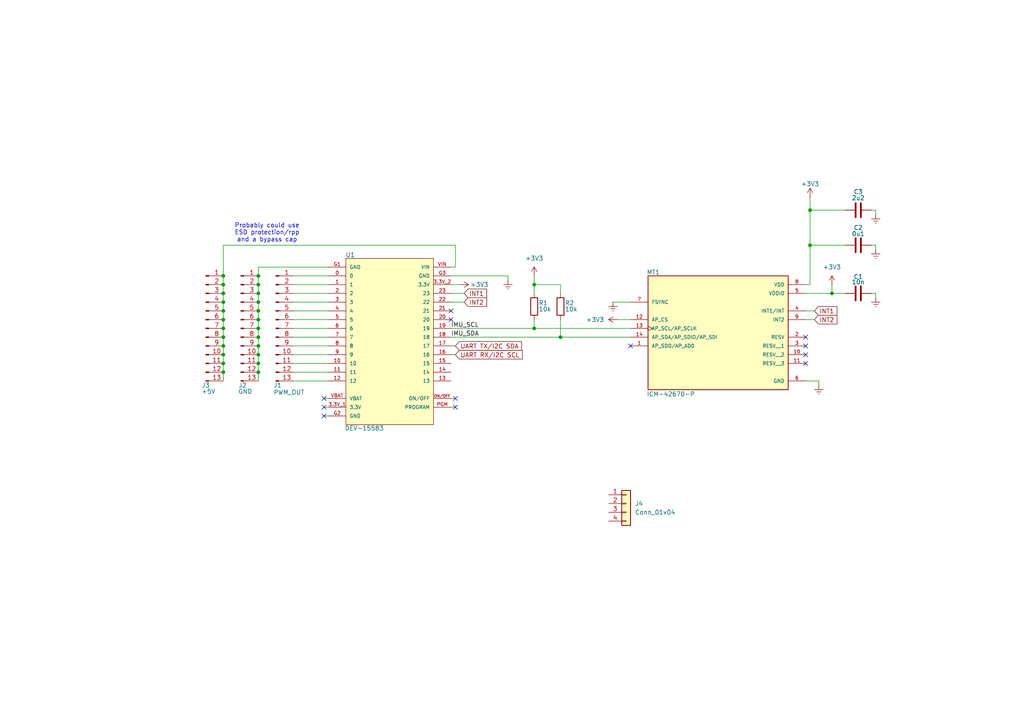
<source format=kicad_sch>
(kicad_sch (version 20231120) (generator "eeschema") (generator_version "8.0")
  (paper "A4")
  (lib_symbols
    (symbol "Connector:Conn_01x13_Pin" (pin_names (offset 1.016) hide)
      (property "Reference" "J" (at 0 17.78 0))
      (property "Value" "Conn_01x13_Pin" (at 0 -17.78 0))
      (symbol "Conn_01x13_Pin_1_1"
        (polyline (pts (xy 1.27 -15.24) (xy 0.8636 -15.24)) (stroke (width 0.1524)))
        (polyline (pts (xy 1.27 -12.7) (xy 0.8636 -12.7)) (stroke (width 0.1524)))
        (polyline (pts (xy 1.27 -10.16) (xy 0.8636 -10.16)) (stroke (width 0.1524)))
        (polyline (pts (xy 1.27 -7.62) (xy 0.8636 -7.62)) (stroke (width 0.1524)))
        (polyline (pts (xy 1.27 -5.08) (xy 0.8636 -5.08)) (stroke (width 0.1524)))
        (polyline (pts (xy 1.27 -2.54) (xy 0.8636 -2.54)) (stroke (width 0.1524)))
        (polyline (pts (xy 1.27 0) (xy 0.8636 0)) (stroke (width 0.1524)))
        (polyline (pts (xy 1.27 2.54) (xy 0.8636 2.54)) (stroke (width 0.1524)))
        (polyline (pts (xy 1.27 5.08) (xy 0.8636 5.08)) (stroke (width 0.1524)))
        (polyline (pts (xy 1.27 7.62) (xy 0.8636 7.62)) (stroke (width 0.1524)))
        (polyline (pts (xy 1.27 10.16) (xy 0.8636 10.16)) (stroke (width 0.1524)))
        (polyline (pts (xy 1.27 12.7) (xy 0.8636 12.7)) (stroke (width 0.1524)))
        (polyline (pts (xy 1.27 15.24) (xy 0.8636 15.24)) (stroke (width 0.1524)))
        (rectangle (start 0.8636 -15.113) (end 0 -15.367) (stroke (width 0.1524)) (fill (type outline)))
        (rectangle (start 0.8636 -12.573) (end 0 -12.827) (stroke (width 0.1524)) (fill (type outline)))
        (rectangle (start 0.8636 -10.033) (end 0 -10.287) (stroke (width 0.1524)) (fill (type outline)))
        (rectangle (start 0.8636 -7.493) (end 0 -7.747) (stroke (width 0.1524)) (fill (type outline)))
        (rectangle (start 0.8636 -4.953) (end 0 -5.207) (stroke (width 0.1524)) (fill (type outline)))
        (rectangle (start 0.8636 -2.413) (end 0 -2.667) (stroke (width 0.1524)) (fill (type outline)))
        (rectangle (start 0.8636 0.127) (end 0 -0.127) (stroke (width 0.1524)) (fill (type outline)))
        (rectangle (start 0.8636 2.667) (end 0 2.413) (stroke (width 0.1524)) (fill (type outline)))
        (rectangle (start 0.8636 5.207) (end 0 4.953) (stroke (width 0.1524)) (fill (type outline)))
        (rectangle (start 0.8636 7.747) (end 0 7.493) (stroke (width 0.1524)) (fill (type outline)))
        (rectangle (start 0.8636 10.287) (end 0 10.033) (stroke (width 0.1524)) (fill (type outline)))
        (rectangle (start 0.8636 12.827) (end 0 12.573) (stroke (width 0.1524)) (fill (type outline)))
        (rectangle (start 0.8636 15.367) (end 0 15.113) (stroke (width 0.1524)) (fill (type outline)))
        (pin passive line (at 5.08 15.24 180) (length 3.81) (name "Pin_1") (number "1"))
        (pin passive line (at 5.08 -7.62 180) (length 3.81) (name "Pin_10") (number "10"))
        (pin passive line (at 5.08 -10.16 180) (length 3.81) (name "Pin_11") (number "11"))
        (pin passive line (at 5.08 -12.7 180) (length 3.81) (name "Pin_12") (number "12"))
        (pin passive line (at 5.08 -15.24 180) (length 3.81) (name "Pin_13") (number "13"))
        (pin passive line (at 5.08 12.7 180) (length 3.81) (name "Pin_2") (number "2"))
        (pin passive line (at 5.08 10.16 180) (length 3.81) (name "Pin_3") (number "3"))
        (pin passive line (at 5.08 7.62 180) (length 3.81) (name "Pin_4") (number "4"))
        (pin passive line (at 5.08 5.08 180) (length 3.81) (name "Pin_5") (number "5"))
        (pin passive line (at 5.08 2.54 180) (length 3.81) (name "Pin_6") (number "6"))
        (pin passive line (at 5.08 0 180) (length 3.81) (name "Pin_7") (number "7"))
        (pin passive line (at 5.08 -2.54 180) (length 3.81) (name "Pin_8") (number "8"))
        (pin passive line (at 5.08 -5.08 180) (length 3.81) (name "Pin_9") (number "9"))
      )
    )
    (symbol "Connector_Generic:Conn_01x04" (pin_names (offset 1.016) hide)
      (property "Reference" "J" (at 0 5.08 0))
      (property "Value" "Conn_01x04" (at 0 -7.62 0))
      (symbol "Conn_01x04_1_1"
        (rectangle (start -1.27 -4.953) (end 0 -5.207) (stroke (width 0.1524)))
        (rectangle (start -1.27 -2.413) (end 0 -2.667) (stroke (width 0.1524)))
        (rectangle (start -1.27 0.127) (end 0 -0.127) (stroke (width 0.1524)))
        (rectangle (start -1.27 2.667) (end 0 2.413) (stroke (width 0.1524)))
        (rectangle (start -1.27 3.81) (end 1.27 -6.35) (stroke (width 0.254)) (fill (type background)))
        (pin passive line (at -5.08 2.54 0) (length 3.81) (name "Pin_1") (number "1"))
        (pin passive line (at -5.08 0 0) (length 3.81) (name "Pin_2") (number "2"))
        (pin passive line (at -5.08 -2.54 0) (length 3.81) (name "Pin_3") (number "3"))
        (pin passive line (at -5.08 -5.08 0) (length 3.81) (name "Pin_4") (number "4"))
      )
    )
    (symbol "Device:C" (pin_numbers hide) (pin_names (offset 0.254))
      (property "Reference" "C" (at 0.635 2.54 0))
      (property "Value" "C" (at 0.635 -2.54 0))
      (symbol "C_0_1"
        (polyline (pts (xy -2.032 -0.762) (xy 2.032 -0.762)) (stroke (width 0.508)))
        (polyline (pts (xy -2.032 0.762) (xy 2.032 0.762)) (stroke (width 0.508)))
      )
      (symbol "C_1_1"
        (pin passive line (at 0 3.81 270) (length 2.794) (name "~") (number "1"))
        (pin passive line (at 0 -3.81 90) (length 2.794) (name "~") (number "2"))
      )
    )
    (symbol "Device:R" (pin_numbers hide) (pin_names (offset 0))
      (property "Reference" "R" (at 2.032 0 90))
      (property "Value" "R" (at 0 0 90))
      (symbol "R_0_1"
        (rectangle (start -1.016 -2.54) (end 1.016 2.54) (stroke (width 0.254)))
      )
      (symbol "R_1_1"
        (pin passive line (at 0 3.81 270) (length 1.27) (name "~") (number "1"))
        (pin passive line (at 0 -3.81 90) (length 1.27) (name "~") (number "2"))
      )
    )
    (symbol "ICM-42670-P:ICM-42670-P" (pin_names (offset 1.016))
      (property "Reference" "MT" (at -20.32 13.97 0))
      (property "Value" "ICM-42670-P" (at -20.32 -22.86 0))
      (symbol "ICM-42670-P_0_0"
        (rectangle (start -20.32 -20.32) (end 20.32 12.7) (stroke (width 0.254)) (fill (type background)))
        (pin bidirectional line (at -25.4 -7.62 0) (length 5.08) (name "AP_SDO/AP_AD0") (number "1"))
        (pin passive line (at 25.4 -10.16 180) (length 5.08) (name "RESV__2") (number "10"))
        (pin passive line (at 25.4 -12.7 180) (length 5.08) (name "RESV__3") (number "11"))
        (pin input line (at -25.4 0 0) (length 5.08) (name "AP_CS") (number "12"))
        (pin input clock (at -25.4 -2.54 0) (length 5.08) (name "AP_SCL/AP_SCLK") (number "13"))
        (pin bidirectional line (at -25.4 -5.08 0) (length 5.08) (name "AP_SDA/AP_SDIO/AP_SDI") (number "14"))
        (pin passive line (at 25.4 -5.08 180) (length 5.08) (name "RESV") (number "2"))
        (pin passive line (at 25.4 -7.62 180) (length 5.08) (name "RESV__1") (number "3"))
        (pin output line (at 25.4 2.54 180) (length 5.08) (name "INT1/INT") (number "4"))
        (pin power_in line (at 25.4 7.62 180) (length 5.08) (name "VDDIO") (number "5"))
        (pin power_in line (at 25.4 -17.78 180) (length 5.08) (name "GND") (number "6"))
        (pin input line (at -25.4 5.08 0) (length 5.08) (name "FSYNC") (number "7"))
        (pin power_in line (at 25.4 10.16 180) (length 5.08) (name "VDD") (number "8"))
        (pin output line (at 25.4 0 180) (length 5.08) (name "INT2") (number "9"))
      )
    )
    (symbol "Teensy 4.0:DEV-15583" (pin_names (offset 1.016))
      (property "Reference" "U" (at -12.7 23.622 0))
      (property "Value" "DEV-15583" (at -12.7 -27.94 0))
      (symbol "DEV-15583_0_0"
        (rectangle (start -12.7 -25.4) (end 12.7 22.86) (stroke (width 0.1524)) (fill (type background)))
        (pin bidirectional line (at -17.78 17.78 0) (length 5.08) (name "0") (number "0"))
        (pin bidirectional line (at -17.78 15.24 0) (length 5.08) (name "1") (number "1"))
        (pin bidirectional line (at -17.78 -7.62 0) (length 5.08) (name "10") (number "10"))
        (pin bidirectional line (at -17.78 -10.16 0) (length 5.08) (name "11") (number "11"))
        (pin bidirectional line (at -17.78 -12.7 0) (length 5.08) (name "12") (number "12"))
        (pin bidirectional line (at 17.78 -12.7 180) (length 5.08) (name "13") (number "13"))
        (pin bidirectional line (at 17.78 -10.16 180) (length 5.08) (name "14") (number "14"))
        (pin bidirectional line (at 17.78 -7.62 180) (length 5.08) (name "15") (number "15"))
        (pin bidirectional line (at 17.78 -5.08 180) (length 5.08) (name "16") (number "16"))
        (pin bidirectional line (at 17.78 -2.54 180) (length 5.08) (name "17") (number "17"))
        (pin bidirectional line (at 17.78 0 180) (length 5.08) (name "18") (number "18"))
        (pin bidirectional line (at 17.78 2.54 180) (length 5.08) (name "19") (number "19"))
        (pin bidirectional line (at -17.78 12.7 0) (length 5.08) (name "2") (number "2"))
        (pin bidirectional line (at 17.78 5.08 180) (length 5.08) (name "20") (number "20"))
        (pin bidirectional line (at 17.78 7.62 180) (length 5.08) (name "21") (number "21"))
        (pin bidirectional line (at 17.78 10.16 180) (length 5.08) (name "22") (number "22"))
        (pin bidirectional line (at 17.78 12.7 180) (length 5.08) (name "23") (number "23"))
        (pin bidirectional line (at -17.78 10.16 0) (length 5.08) (name "3") (number "3"))
        (pin bidirectional line (at -17.78 7.62 0) (length 5.08) (name "4") (number "4"))
        (pin bidirectional line (at -17.78 5.08 0) (length 5.08) (name "5") (number "5"))
        (pin bidirectional line (at -17.78 2.54 0) (length 5.08) (name "6") (number "6"))
        (pin bidirectional line (at -17.78 0 0) (length 5.08) (name "7") (number "7"))
        (pin bidirectional line (at -17.78 -2.54 0) (length 5.08) (name "8") (number "8"))
        (pin bidirectional line (at -17.78 -5.08 0) (length 5.08) (name "9") (number "9"))
        (pin bidirectional line (at 17.78 -20.32 180) (length 5.08) (name "PROGRAM") (number "PGM"))
        (pin power_in line (at -17.78 -17.78 0) (length 5.08) (name "VBAT") (number "VBAT"))
        (pin power_in line (at 17.78 20.32 180) (length 5.08) (name "VIN") (number "VIN"))
      )
      (symbol "DEV-15583_1_0"
        (pin power_in line (at -17.78 -20.32 0) (length 5.08) (name "3.3V") (number "3.3V_1"))
        (pin power_in line (at 17.78 15.24 180) (length 5.08) (name "3.3V") (number "3.3V_2"))
        (pin power_in line (at -17.78 20.32 0) (length 5.08) (name "GND") (number "G1"))
        (pin power_in line (at -17.78 -22.86 0) (length 5.08) (name "GND") (number "G2"))
        (pin power_in line (at 17.78 17.78 180) (length 5.08) (name "GND") (number "G3"))
        (pin bidirectional line (at 17.78 -17.78 180) (length 5.08) (name "ON/OFF") (number "ON/OFF"))
      )
    )
    (symbol "power:+3V3" (power) (pin_numbers hide) (pin_names (offset 0) hide)
      (property "Value" "+3V3" (at 0 3.556 0))
      (symbol "+3V3_0_1"
        (polyline (pts (xy -0.762 1.27) (xy 0 2.54)))
        (polyline (pts (xy 0 0) (xy 0 2.54)))
        (polyline (pts (xy 0 2.54) (xy 0.762 1.27)))
      )
      (symbol "+3V3_1_1"
        (pin power_in line (at 0 0 90) (length 0) (name "~") (number "1"))
      )
    )
    (symbol "power:Earth" (power) (pin_numbers hide) (pin_names (offset 0) hide)
      (property "Value" "Earth" (at 0 -3.81 0))
      (symbol "Earth_0_1"
        (polyline (pts (xy -0.635 -1.905) (xy 0.635 -1.905)))
        (polyline (pts (xy -0.127 -2.54) (xy 0.127 -2.54)))
        (polyline (pts (xy 0 -1.27) (xy 0 0)))
        (polyline (pts (xy 1.27 -1.27) (xy -1.27 -1.27)))
      )
      (symbol "Earth_1_1"
        (pin power_in line (at 0 0 270) (length 0) (name "~") (number "1"))
      )
    )
  )
  (junction (at 74.93 107.95))
  (junction (at 241.3 85.09))
  (junction (at 64.77 92.71))
  (junction (at 234.95 71.12))
  (junction (at 154.94 95.25))
  (junction (at 74.93 97.79))
  (junction (at 64.77 90.17))
  (junction (at 64.77 97.79))
  (junction (at 74.93 85.09))
  (junction (at 64.77 105.41))
  (junction (at 64.77 80.01))
  (junction (at 234.95 60.96))
  (junction (at 74.93 95.25))
  (junction (at 74.93 92.71))
  (junction (at 64.77 107.95))
  (junction (at 64.77 85.09))
  (junction (at 74.93 80.01))
  (junction (at 74.93 105.41))
  (junction (at 64.77 102.87))
  (junction (at 74.93 102.87))
  (junction (at 74.93 90.17))
  (junction (at 64.77 82.55))
  (junction (at 154.94 82.55))
  (junction (at 74.93 100.33))
  (junction (at 162.56 97.79))
  (junction (at 74.93 82.55))
  (junction (at 64.77 87.63))
  (junction (at 64.77 95.25))
  (junction (at 74.93 87.63))
  (junction (at 64.77 100.33))
  (no_connect (at 93.98 115.57))
  (no_connect (at 132.08 118.11))
  (no_connect (at 233.68 97.79))
  (no_connect (at 130.81 92.71))
  (no_connect (at 182.88 100.33))
  (no_connect (at 233.68 100.33))
  (no_connect (at 233.68 105.41))
  (no_connect (at 132.08 115.57))
  (no_connect (at 130.81 90.17))
  (no_connect (at 233.68 102.87))
  (no_connect (at 93.98 120.65))
  (no_connect (at 93.98 118.11))
  (wire (pts (xy 74.93 105.41) (xy 74.93 107.95)))
  (wire (pts (xy 85.09 100.33) (xy 95.25 100.33)))
  (wire (pts (xy 245.11 71.12) (xy 234.95 71.12)))
  (wire (pts (xy 130.81 100.33) (xy 132.08 100.33)))
  (wire (pts (xy 74.93 82.55) (xy 74.93 85.09)))
  (wire (pts (xy 162.56 82.55) (xy 162.56 85.09)))
  (wire (pts (xy 234.95 57.15) (xy 234.95 60.96)))
  (wire (pts (xy 64.77 80.01) (xy 64.77 82.55)))
  (wire (pts (xy 130.81 95.25) (xy 154.94 95.25)))
  (wire (pts (xy 162.56 97.79) (xy 182.88 97.79)))
  (wire (pts (xy 252.73 71.12) (xy 254 71.12)))
  (wire (pts (xy 64.77 85.09) (xy 64.77 87.63)))
  (wire (pts (xy 154.94 80.01) (xy 154.94 82.55)))
  (wire (pts (xy 74.93 102.87) (xy 74.93 105.41)))
  (wire (pts (xy 130.81 97.79) (xy 162.56 97.79)))
  (wire (pts (xy 130.81 82.55) (xy 133.35 82.55)))
  (wire (pts (xy 130.81 85.09) (xy 134.62 85.09)))
  (wire (pts (xy 252.73 60.96) (xy 254 60.96)))
  (wire (pts (xy 233.68 90.17) (xy 236.22 90.17)))
  (wire (pts (xy 74.93 80.01) (xy 74.93 82.55)))
  (wire (pts (xy 237.49 110.49) (xy 237.49 111.76)))
  (wire (pts (xy 147.32 80.01) (xy 130.81 80.01)))
  (wire (pts (xy 254 86.36) (xy 254 85.09)))
  (wire (pts (xy 162.56 92.71) (xy 162.56 97.79)))
  (wire (pts (xy 85.09 107.95) (xy 95.25 107.95)))
  (wire (pts (xy 132.08 115.57) (xy 130.81 115.57)))
  (wire (pts (xy 233.68 110.49) (xy 237.49 110.49)))
  (wire (pts (xy 234.95 60.96) (xy 234.95 71.12)))
  (wire (pts (xy 179.07 92.71) (xy 182.88 92.71)))
  (wire (pts (xy 85.09 102.87) (xy 95.25 102.87)))
  (wire (pts (xy 74.93 85.09) (xy 74.93 87.63)))
  (wire (pts (xy 177.8 87.63) (xy 182.88 87.63)))
  (wire (pts (xy 64.77 92.71) (xy 64.77 95.25)))
  (wire (pts (xy 74.93 100.33) (xy 74.93 102.87)))
  (wire (pts (xy 64.77 71.12) (xy 132.08 71.12)))
  (wire (pts (xy 64.77 100.33) (xy 64.77 102.87)))
  (wire (pts (xy 154.94 82.55) (xy 162.56 82.55)))
  (wire (pts (xy 85.09 95.25) (xy 95.25 95.25)))
  (wire (pts (xy 130.81 102.87) (xy 132.08 102.87)))
  (wire (pts (xy 85.09 105.41) (xy 95.25 105.41)))
  (wire (pts (xy 93.98 118.11) (xy 95.25 118.11)))
  (wire (pts (xy 85.09 97.79) (xy 95.25 97.79)))
  (wire (pts (xy 64.77 107.95) (xy 64.77 110.49)))
  (wire (pts (xy 93.98 120.65) (xy 95.25 120.65)))
  (wire (pts (xy 93.98 115.57) (xy 95.25 115.57)))
  (wire (pts (xy 85.09 85.09) (xy 95.25 85.09)))
  (wire (pts (xy 254 60.96) (xy 254 62.23)))
  (wire (pts (xy 154.94 92.71) (xy 154.94 95.25)))
  (wire (pts (xy 64.77 80.01) (xy 64.77 71.12)))
  (wire (pts (xy 234.95 71.12) (xy 234.95 82.55)))
  (wire (pts (xy 254 71.12) (xy 254 72.39)))
  (wire (pts (xy 74.93 87.63) (xy 74.93 90.17)))
  (wire (pts (xy 74.93 107.95) (xy 74.93 110.49)))
  (wire (pts (xy 85.09 80.01) (xy 95.25 80.01)))
  (wire (pts (xy 64.77 105.41) (xy 64.77 107.95)))
  (wire (pts (xy 95.25 77.47) (xy 74.93 77.47)))
  (wire (pts (xy 64.77 97.79) (xy 64.77 100.33)))
  (wire (pts (xy 64.77 102.87) (xy 64.77 105.41)))
  (wire (pts (xy 154.94 95.25) (xy 182.88 95.25)))
  (wire (pts (xy 233.68 92.71) (xy 236.22 92.71)))
  (wire (pts (xy 132.08 71.12) (xy 132.08 77.47)))
  (wire (pts (xy 74.93 90.17) (xy 74.93 92.71)))
  (wire (pts (xy 74.93 95.25) (xy 74.93 97.79)))
  (wire (pts (xy 64.77 95.25) (xy 64.77 97.79)))
  (wire (pts (xy 147.32 81.28) (xy 147.32 80.01)))
  (wire (pts (xy 85.09 82.55) (xy 95.25 82.55)))
  (wire (pts (xy 64.77 82.55) (xy 64.77 85.09)))
  (wire (pts (xy 154.94 82.55) (xy 154.94 85.09)))
  (wire (pts (xy 74.93 92.71) (xy 74.93 95.25)))
  (wire (pts (xy 241.3 85.09) (xy 245.11 85.09)))
  (wire (pts (xy 254 85.09) (xy 252.73 85.09)))
  (wire (pts (xy 233.68 82.55) (xy 234.95 82.55)))
  (wire (pts (xy 74.93 97.79) (xy 74.93 100.33)))
  (wire (pts (xy 132.08 77.47) (xy 130.81 77.47)))
  (wire (pts (xy 74.93 77.47) (xy 74.93 80.01)))
  (wire (pts (xy 241.3 82.55) (xy 241.3 85.09)))
  (wire (pts (xy 64.77 87.63) (xy 64.77 90.17)))
  (wire (pts (xy 233.68 85.09) (xy 241.3 85.09)))
  (wire (pts (xy 85.09 87.63) (xy 95.25 87.63)))
  (wire (pts (xy 132.08 118.11) (xy 130.81 118.11)))
  (wire (pts (xy 85.09 110.49) (xy 95.25 110.49)))
  (wire (pts (xy 85.09 90.17) (xy 95.25 90.17)))
  (wire (pts (xy 85.09 92.71) (xy 95.25 92.71)))
  (wire (pts (xy 130.81 87.63) (xy 134.62 87.63)))
  (wire (pts (xy 245.11 60.96) (xy 234.95 60.96)))
  (wire (pts (xy 64.77 90.17) (xy 64.77 92.71)))
  (text "Probably could use\nESD protection/rpp\nand a bypass cap" (at 77.47 67.564 0) (effects (font (size 1.27 1.27))))
  (label "IMU_SCL" (at 130.81 95.25 0))
  (label "IMU_SDA" (at 130.81 97.79 0))
  (global_label "UART RX{slash}I2C SCL" (shape input) (at 132.08 102.87 0) (property "Intersheetrefs" "${INTERSHEET_REFS}" (effects (hide yes))))
  (global_label "UART TX{slash}I2C SDA" (shape input) (at 132.08 100.33 0) (property "Intersheetrefs" "${INTERSHEET_REFS}" (effects (hide yes))))
  (global_label "INT1" (shape input) (at 236.22 90.17 0) (property "Intersheetrefs" "${INTERSHEET_REFS}" (effects (hide yes))))
  (global_label "INT2" (shape input) (at 134.62 87.63 0) (property "Intersheetrefs" "${INTERSHEET_REFS}" (effects (hide yes))))
  (global_label "INT1" (shape input) (at 134.62 85.09 0) (property "Intersheetrefs" "${INTERSHEET_REFS}" (effects (hide yes))))
  (global_label "INT2" (shape input) (at 236.22 92.71 0) (property "Intersheetrefs" "${INTERSHEET_REFS}" (effects (hide yes))))
  (symbol (lib_id "power:Earth") (at 147.32 81.28 0) (unit 1)
    (property "Reference" "#PWR010" (effects (hide yes)))
    (property "Value" "Earth" (effects (hide yes)))
    (property "Description" "Power symbol creates a global label with name \"Earth\"" (effects (hide yes)))
  )
  (symbol (lib_id "power:Earth") (at 254 62.23 0) (unit 1)
    (property "Reference" "#PWR06" (effects (hide yes)))
    (property "Value" "Earth" (effects (hide yes)))
    (property "Description" "Power symbol creates a global label with name \"Earth\"" (effects (hide yes)))
  )
  (symbol (lib_id "Device:C") (at 248.92 85.09 90) (unit 1)
    (property "Reference" "C1" (at 248.92 80.264 90))
    (property "Value" "10n" (at 248.92 81.788 90))
    (property "Description" "Unpolarized capacitor" (effects (hide yes)))
  )
  (symbol (lib_id "Device:R") (at 154.94 88.9 0) (unit 1)
    (property "Reference" "R1" (at 156.21 87.884 0) (effects (justify left)))
    (property "Value" "10k" (at 156.21 89.662 0) (effects (justify left)))
    (property "Description" "Resistor" (effects (hide yes)))
  )
  (symbol (lib_id "power:Earth") (at 177.8 87.63 0) (unit 1)
    (property "Reference" "#PWR02" (effects (hide yes)))
    (property "Value" "Earth" (effects (hide yes)))
    (property "Description" "Power symbol creates a global label with name \"Earth\"" (effects (hide yes)))
  )
  (symbol (lib_id "power:Earth") (at 254 72.39 0) (unit 1)
    (property "Reference" "#PWR07" (effects (hide yes)))
    (property "Value" "Earth" (effects (hide yes)))
    (property "Description" "Power symbol creates a global label with name \"Earth\"" (effects (hide yes)))
  )
  (symbol (lib_id "power:+3V3") (at 133.35 82.55 270) (unit 1)
    (property "Reference" "#PWR09" (effects (hide yes)))
    (property "Value" "+3V3" (at 136.398 82.55 90) (effects (justify left)))
    (property "Description" "Power symbol creates a global label with name \"+3V3\"" (effects (hide yes)))
  )
  (symbol (lib_id "Device:C") (at 248.92 71.12 90) (unit 1)
    (property "Reference" "C2" (at 248.92 66.04 90))
    (property "Value" "0u1" (at 248.92 67.818 90))
    (property "Description" "Unpolarized capacitor" (effects (hide yes)))
  )
  (symbol (lib_id "power:+3V3") (at 179.07 92.71 90) (unit 1)
    (property "Reference" "#PWR01" (effects (hide yes)))
    (property "Value" "+3V3" (at 175.26 92.7099 90) (effects (justify left)))
    (property "Description" "Power symbol creates a global label with name \"+3V3\"" (effects (hide yes)))
  )
  (symbol (lib_id "Connector:Conn_01x13_Pin") (at 59.69 95.25 0) (unit 1)
    (property "Reference" "J3" (at 59.69 111.76 0))
    (property "Value" "+5V" (at 60.452 113.538 0))
    (property "Description" "Generic connector, single row, 01x13, script generated" (effects (hide yes)))
  )
  (symbol (lib_id "Device:R") (at 162.56 88.9 0) (unit 1)
    (property "Reference" "R2" (at 163.83 87.884 0) (effects (justify left)))
    (property "Value" "10k" (at 163.83 89.662 0) (effects (justify left)))
    (property "Description" "Resistor" (effects (hide yes)))
  )
  (symbol (lib_id "power:Earth") (at 254 86.36 0) (unit 1)
    (property "Reference" "#PWR04" (effects (hide yes)))
    (property "Value" "Earth" (effects (hide yes)))
    (property "Description" "Power symbol creates a global label with name \"Earth\"" (effects (hide yes)))
  )
  (symbol (lib_id "power:Earth") (at 237.49 111.76 0) (unit 1)
    (property "Reference" "#PWR03" (effects (hide yes)))
    (property "Value" "Earth" (effects (hide yes)))
    (property "Description" "Power symbol creates a global label with name \"Earth\"" (effects (hide yes)))
  )
  (symbol (lib_id "power:+3V3") (at 241.3 82.55 0) (unit 1)
    (property "Reference" "#PWR05" (effects (hide yes)))
    (property "Value" "+3V3" (at 241.3 77.47 0))
    (property "Description" "Power symbol creates a global label with name \"+3V3\"" (effects (hide yes)))
  )
  (symbol (lib_id "Device:C") (at 248.92 60.96 90) (unit 1)
    (property "Reference" "C3" (at 248.92 55.626 90))
    (property "Value" "2u2" (at 248.92 57.404 90))
    (property "Description" "Unpolarized capacitor" (effects (hide yes)))
  )
  (symbol (lib_id "ICM-42670-P:ICM-42670-P") (at 208.28 92.71 0) (unit 1)
    (property "Reference" "MT1" (at 189.484 78.994 0))
    (property "Value" "ICM-42670-P" (at 194.564 114.3 0))
    (property "Footprint" "ICM-42670-P:XDCR_ICM-42670-P" (effects (hide yes)))
    (property "PARTREV" "1.1" (effects (hide yes)))
    (property "STANDARD" "Manufacturer Recommendations" (effects (hide yes)))
    (property "MAXIMUM_PACKAGE_HEIGHT" "0.81 mm" (effects (hide yes)))
    (property "MANUFACTURER" "TDK InvenSense" (effects (hide yes)))
  )
  (symbol (lib_id "power:+3V3") (at 234.95 57.15 0) (unit 1)
    (property "Reference" "#PWR08" (effects (hide yes)))
    (property "Value" "+3V3" (at 234.95 53.34 0))
    (property "Description" "Power symbol creates a global label with name \"+3V3\"" (effects (hide yes)))
  )
  (symbol (lib_id "Teensy 4.0:DEV-15583") (at 113.03 97.79 0) (unit 1)
    (property "Reference" "U1" (at 101.6 73.914 0))
    (property "Value" "DEV-15583" (at 105.664 124.206 0))
    (property "Description_1" "RT1062 Teensy 4.0 series\nARM® Cortex®-M7 MPU Embedded Evaluation Board" (effects (hide yes)))
  )
  (symbol (lib_id "Connector:Conn_01x13_Pin") (at 69.85 95.25 0) (unit 1)
    (property "Reference" "J2" (at 70.358 111.76 0))
    (property "Value" "GND" (at 71.12 113.538 0))
    (property "Description" "Generic connector, single row, 01x13, script generated" (effects (hide yes)))
  )
  (symbol (lib_id "power:+3V3") (at 154.94 80.01 0) (unit 1)
    (property "Reference" "#PWR011" (effects (hide yes)))
    (property "Value" "+3V3" (at 154.94 74.93 0))
    (property "Description" "Power symbol creates a global label with name \"+3V3\"" (effects (hide yes)))
  )
  (symbol (lib_id "Connector_Generic:Conn_01x04") (at 181.61 146.05 0) (unit 1)
    (property "Reference" "J4" (at 184.15 146.0499 0) (effects (justify left)))
    (property "Value" "Conn_01x04" (at 184.15 148.5899 0) (effects (justify left)))
    (property "Description" "Generic connector, single row, 01x04, script generated (kicad-library-utils/schlib/autogen/connector/)" (effects (hide yes)))
  )
  (symbol (lib_id "Connector:Conn_01x13_Pin") (at 80.01 95.25 0) (unit 1)
    (property "Reference" "J1" (at 80.518 111.76 0))
    (property "Value" "PWM_OUT" (at 83.82 113.792 0))
    (property "Description" "Generic connector, single row, 01x13, script generated" (effects (hide yes)))
  )
)
</source>
